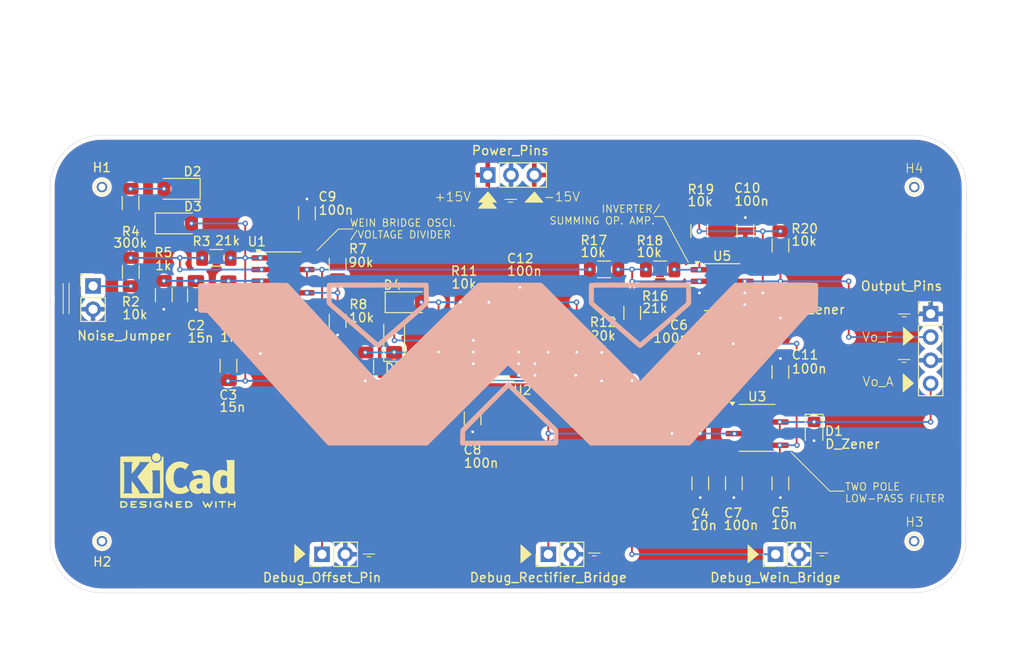
<source format=kicad_pcb>
(kicad_pcb (version 20240108) (generator "pcbnew") (generator_version "8.0")
  (title_block (title "Oscilador") (date "2025-03-04") (rev "1"))
  (layers (0 "F.Cu" signal) (31 "B.Cu" signal) (34 "B.Paste" user) (35 "F.Paste" user) (36 "B.SilkS" user "B.Silkscreen") (37 "F.SilkS" user "F.Silkscreen") (38 "B.Mask" user) (39 "F.Mask" user) (44 "Edge.Cuts" user))
  (net 0 "")
  (net 1 "GND")
  (net 2 "-15V")
  (net 3 "Net-(U1-+IN_A)")
  (net 4 "Net-(C3-Pad1)")
  (net 5 "/Vosc")
  (net 6 "Net-(U3-+IN_A)")
  (net 7 "Net-(U3-+IN_B)")
  (net 8 "+15V")
  (net 9 "/Vo_F")
  (net 10 "Net-(D2-A)")
  (net 11 "Net-(D4-A)")
  (net 12 "Net-(D4-K)")
  (net 13 "Net-(D5-K)")
  (net 14 "/V_r")
  (net 15 "/Voffset")
  (net 16 "/Vo_A")
  (net 17 "Net-(J6-Pin_1)")
  (net 18 "Net-(U1--IN_A)")
  (net 19 "Net-(U1-+IN_B)")
  (net 20 "Net-(U2--IN_B)")
  (net 21 "Net-(U3--IN_A)")
  (net 22 "Net-(U5--IN_A)")
  (net 23 "Net-(U5-Out_A)")
  (net 24 "Net-(U5--IN_B)")
  (footprint "Diode_SMD:D_0805_2012Metric_Pad1.15x1.40mm_HandSolder" (layer "F.Cu") (at 180.561251 109.856651 -90)
    (property "Reference" "D1")
    (property "Value" "D_Zener")
  )
  (footprint "Diode_SMD:D_1206_3216Metric_Pad1.42x1.75mm_HandSolder" (layer "F.Cu") (at 136.2091 95.7568)
    (property "Reference" "D4")
    (property "Value" "D")
  )
  (footprint "Package_SO:SOIC-8_3.9x4.9mm_P1.27mm" (layer "F.Cu") (at 170.5214 94.107)
    (property "Reference" "U5")
    (property "Value" "ADTL082ARMZ" (hide yes))
  )
  (footprint "custom:JLCPCB_Tooling_hole" (layer "F.Cu") (at 191.503843 83.174922)
    (property "Reference" "H4")
    (property "Value" "MountingHole_Pad" (hide yes))
  )
  (footprint "Resistor_SMD:R_1206_3216Metric_Pad1.30x1.75mm_HandSolder" (layer "F.Cu") (at 128.5494 97.7906 -90)
    (property "Reference" "R8")
    (property "Value" "10k")
  )
  (footprint "Resistor_SMD:R_1206_3216Metric_Pad1.30x1.75mm_HandSolder" (layer "F.Cu") (at 131.572 102.7932 90)
    (property "Reference" "R9")
    (property "Value" "20k")
  )
  (footprint "Package_SO:SOIC-8_3.9x4.9mm_P1.27mm" (layer "F.Cu") (at 174.3456 109.474)
    (property "Reference" "U3")
    (property "Value" "ADTL082ARMZ" (hide yes))
  )
  (footprint "custom:JLCPCB_Tooling_hole" (layer "F.Cu") (at 191.487168 121.863945)
    (property "Reference" "H3")
    (property "Value" "MountingHole_Pad" (hide yes))
  )
  (footprint "Package_SO:SOIC-8_3.9x4.9mm_P1.27mm" (layer "F.Cu") (at 145.842949 101.834749)
    (property "Reference" "U2")
    (property "Value" "ADTL082ARMZ" (hide yes))
  )
  (footprint "Connector_PinHeader_2.54mm:PinHeader_1x02_P2.54mm_Vertical" (layer "F.Cu") (at 101.854 93.98)
    (property "Reference" "J6" (hide yes))
    (property "Value" "Noise_Jumper")
  )
  (footprint "Resistor_SMD:R_1206_3216Metric_Pad1.30x1.75mm_HandSolder" (layer "F.Cu") (at 176.889451 89.553651 -90)
    (property "Reference" "R20")
    (property "Value" "10k")
  )
  (footprint "Capacitor_SMD:C_1206_3216Metric_Pad1.33x1.80mm_HandSolder" (layer "F.Cu") (at 173.0614 87.980051 90)
    (property "Reference" "C10")
    (property "Value" "100n")
  )
  (footprint "Package_SO:SOIC-8_3.9x4.9mm_P1.27mm" (layer "F.Cu") (at 122.5896 92.818949)
    (property "Reference" "U1")
    (property "Value" "ADTL082ARMZ" (hide yes))
  )
  (footprint "Resistor_SMD:R_1206_3216Metric_Pad1.30x1.75mm_HandSolder" (layer "F.Cu") (at 171.7548 103.4181 90)
    (property "Reference" "R15")
    (property "Value" "15k")
  )
  (footprint "Resistor_SMD:R_1206_3216Metric_Pad1.30x1.75mm_HandSolder" (layer "F.Cu") (at 109.5756 94.9712 -90)
    (property "Reference" "R5")
    (property "Value" "1k")
  )
  (footprint "Resistor_SMD:R_1206_3216Metric_Pad1.30x1.75mm_HandSolder" (layer "F.Cu") (at 166.590651 110.101651)
    (property "Reference" "R14")
    (property "Value" "15k")
  )
  (footprint "Diode_SMD:D_1206_3216Metric_Pad1.42x1.75mm_HandSolder" (layer "F.Cu") (at 111.0853 83.3628 180)
    (property "Reference" "D2")
    (property "Value" "D")
  )
  (footprint "Capacitor_SMD:C_1206_3216Metric_Pad1.33x1.80mm_HandSolder" (layer "F.Cu") (at 143.288749 108.440549 90)
    (property "Reference" "C8")
    (property "Value" "100n")
  )
  (footprint "Resistor_SMD:R_1206_3216Metric_Pad1.30x1.75mm_HandSolder" (layer "F.Cu") (at 139.573 99.6944 90)
    (property "Reference" "R10")
    (property "Value" "20k")
  )
  (footprint "Resistor_SMD:R_1206_3216Metric_Pad1.30x1.75mm_HandSolder" (layer "F.Cu") (at 160.709651 96.918451 90)
    (property "Reference" "R16")
    (property "Value" "21k")
  )
  (footprint "Capacitor_SMD:C_1206_3216Metric_Pad1.33x1.80mm_HandSolder" (layer "F.Cu") (at 113.0808 95.0091 -90)
    (property "Reference" "C2")
    (property "Value" "15n")
  )
  (footprint "Capacitor_SMD:C_1206_3216Metric_Pad1.33x1.80mm_HandSolder" (layer "F.Cu") (at 125.203949 86.038949 90)
    (property "Reference" "C9")
    (property "Value" "100n")
  )
  (footprint "Connector_PinHeader_2.54mm:PinHeader_1x02_P2.54mm_Vertical" (layer "F.Cu") (at 126.8476 123.2916 90)
    (property "Reference" "J3" (hide yes))
    (property "Value" "Debug_Offset_Pin")
  )
  (footprint "Resistor_SMD:R_1206_3216Metric_Pad1.30x1.75mm_HandSolder" (layer "F.Cu") (at 105.9434 84.9128 90)
    (property "Reference" "R4")
    (property "Value" "300k")
  )
  (footprint "Diode_SMD:D_1206_3216Metric_Pad1.42x1.75mm_HandSolder" (layer "F.Cu") (at 134.7216 99.7589 90)
    (property "Reference" "D5")
    (property "Value" "D")
  )
  (footprint "Capacitor_SMD:C_1206_3216Metric_Pad1.33x1.80mm_HandSolder" (layer "F.Cu") (at 148.444949 95.689749 90)
    (property "Reference" "C12")
    (property "Value" "100n")
  )
  (footprint "Connector_PinHeader_2.54mm:PinHeader_1x02_P2.54mm_Vertical" (layer "F.Cu") (at 176.355334 123.2916 90)
    (property "Reference" "J1" (hide yes))
    (property "Value" "Debug_Wein_Bridge")
  )
  (footprint "Resistor_SMD:R_1206_3216Metric_Pad1.30x1.75mm_HandSolder" (layer "F.Cu") (at 105.9688 92.4566 90)
    (property "Reference" "R2")
    (property "Value" "10k")
  )
  (footprint "Capacitor_SMD:C_1206_3216Metric_Pad1.33x1.80mm_HandSolder" (layer "F.Cu") (at 116.6368 102.6922 -90)
    (property "Reference" "C3")
    (property "Value" "15n")
  )
  (footprint "Resistor_SMD:R_1206_3216Metric_Pad1.30x1.75mm_HandSolder" (layer "F.Cu") (at 116.6368 95.0208 -90)
    (property "Reference" "R6")
    (property "Value" "1k")
  )
  (footprint "Diode_SMD:D_1206_3216Metric_Pad1.42x1.75mm_HandSolder" (layer "F.Cu") (at 111.103949 87.1474)
    (property "Reference" "D3")
    (property "Value" "D")
  )
  (footprint "Diode_SMD:D_0805_2012Metric_Pad1.15x1.40mm_HandSolder" (layer "F.Cu") (at 176.889451 96.445451 -90)
    (property "Reference" "D6")
    (property "Value" "D_Zener")
  )
  (footprint "Resistor_SMD:R_1206_3216Metric_Pad1.30x1.75mm_HandSolder" (layer "F.Cu") (at 157.636851 92.168051)
    (property "Reference" "R17")
    (property "Value" "10k")
  )
  (footprint "Capacitor_SMD:C_1206_3216Metric_Pad1.33x1.80mm_HandSolder" (layer "F.Cu") (at 176.8856 103.3798 90)
    (property "Reference" "C11")
    (property "Value" "100n")
  )
  (footprint "Connector_PinHeader_2.54mm:PinHeader_1x04_P2.54mm_Vertical" (layer "F.Cu") (at 193.29 97.02)
    (property "Reference" "J4" (hide yes))
    (property "Value" "Output_Pins")
  )
  (footprint "Symbol:KiCad-Logo2_5mm_SilkScreen" (layer "F.Cu") (at 111.0996 115.2144)
    (property "Reference" "REF**" (hide yes))
    (property "Value" "KiCad-Logo2_5mm_SilkScreen" (hide yes))
  )
  (footprint "Connector_PinHeader_2.54mm:PinHeader_1x02_P2.54mm_Vertical" (layer "F.Cu") (at 151.5505 123.2916 90)
    (property "Reference" "J2" (hide yes))
    (property "Value" "Debug_Rectifier_Bridge")
  )
  (footprint "Resistor_SMD:R_1206_3216Metric_Pad1.30x1.75mm_HandSolder" (layer "F.Cu") (at 163.757051 92.168051 180)
    (property "Reference" "R18")
    (property "Value" "10k")
  )
  (footprint "Resistor_SMD:R_1206_3216Metric_Pad1.30x1.75mm_HandSolder" (layer "F.Cu") (at 128.5494 91.6946 -90)
    (property "Reference" "R7")
    (property "Value" "90k")
  )
  (footprint "custom:JLCPCB_Tooling_hole" (layer "F.Cu") (at 102.826006 83.174922)
    (property "Reference" "H1" (hide yes))
    (property "Value" "MountingHole_Pad" (hide yes))
  )
  (footprint "Resistor_SMD:R_1206_3216Metric_Pad1.30x1.75mm_HandSolder" (layer "F.Cu") (at 143.5094 95.7568)
    (property "Reference" "R11")
    (property "Value" "10k")
  )
  (footprint "Resistor_SMD:R_1206_3216Metric_Pad1.30x1.75mm_HandSolder" (layer "F.Cu") (at 153.1005 101.2178 180)
    (property "Reference" "R13")
    (property "Value" "20k")
  )
  (footprint "custom:JLCPCB_Tooling_hole" (layer "F.Cu") (at 102.827625 121.863945)
    (property "Reference" "H2" (hide yes))
    (property "Value" "MountingHole_Pad" (hide yes))
  )
  (footprint "Resistor_SMD:R_1206_3216Metric_Pad1.30x1.75mm_HandSolder" (layer "F.Cu") (at 168.024851 87.977651 90)
    (property "Reference" "R19")
    (property "Value" "10k")
  )
  (footprint "Capacitor_SMD:C_1206_3216Metric_Pad1.33x1.80mm_HandSolder" (layer "F.Cu") (at 167.9814 99.9 90)
    (property "Reference" "C6")
    (property "Value" "100n")
  )
  (footprint "Capacitor_SMD:C_1206_3216Metric_Pad1.33x1.80mm_HandSolder" (layer "F.Cu") (at 120.123949 99.803949 90)
    (property "Reference" "C1")
    (property "Value" "100n")
  )
  (footprint "Resistor_SMD:R_1206_3216Metric_Pad1.30x1.75mm_HandSolder" (layer "F.Cu") (at 157.3784 102.7932 90)
    (property "Reference" "R12")
    (property "Value" "20k")
  )
  (footprint "Capacitor_SMD:C_1206_3216Metric_Pad1.33x1.80mm_HandSolder" (layer "F.Cu") (at 171.8056 115.539051 90)
    (property "Reference" "C7")
    (property "Value" "100n")
  )
  (footprint "Capacitor_SMD:C_1206_3216Metric_Pad1.33x1.80mm_HandSolder" (layer "F.Cu") (at 176.8856 115.539051 -90)
    (property "Reference" "C5")
    (property "Value" "10n")
  )
  (footprint "Connector_PinHeader_2.54mm:PinHeader_1x03_P2.54mm_Vertical" (layer "F.Cu") (at 144.940275 81.86 90)
    (property "Reference" "J5" (hide yes))
    (property "Value" "Power_Pins")
  )
  (footprint "Resistor_SMD:R_1206_3216Metric_Pad1.30x1.75mm_HandSolder" (layer "F.Cu") (at 115.3154 90.9066)
    (property "Reference" "R3")
    (property "Value" "21k")
  )
  (footprint "Capacitor_SMD:C_1206_3216Metric_Pad1.33x1.80mm_HandSolder" (layer "F.Cu") (at 168.140651 115.539051 -90)
    (property "Reference" "C4")
    (property "Value" "10n")
  )
  (footprint "LOGO" (layer "B.Cu") (at 147.428664 102.931885 180)
    (property "Reference" "G***" (hide yes))
    (property "Value" "LOGO" (hide yes))
  )
  (gr_line (start 126.3 90.09) (end 128.63 87.76) (stroke (width 0.1)) (layer "F.SilkS"))
  (gr_poly (pts (xy 124.986051 123.258851) (xy 123.868451 124.173251) (xy 123.868451 122.242851)) (stroke (width 0.1)) (fill solid) (layer "F.SilkS"))
  (gr_line (start 189.752051 102.016451) (end 191.022051 102.016451) (stroke (width 0.1)) (layer "F.SilkS"))
  (gr_poly (pts (xy 144.958326 83.706851) (xy 145.872726 84.824451) (xy 143.942326 84.824451)) (stroke (width 0.1)) (fill solid) (layer "F.SilkS"))
  (gr_line (start 181.199385 123.462051) (end 181.656585 123.462051) (stroke (width 0.1)) (layer "F.SilkS"))
  (gr_poly (pts (xy 191.40963 104.613414) (xy 190.29203 105.527814) (xy 190.29203 103.597414)) (stroke (width 0.1)) (fill solid) (layer "F.SilkS"))
  (gr_line (start 180.792985 123.157251) (end 182.062985 123.157251) (stroke (width 0.1)) (layer "F.SilkS"))
  (gr_line (start 166.83 91.4) (end 164.14 86.39) (stroke (width 0.1)) (layer "F.SilkS"))
  (gr_line (start 190.183851 97.342851) (end 190.641051 97.342851) (stroke (width 0.1)) (layer "F.SilkS"))
  (gr_line (start 139.11 107.53) (end 138.25 107.53) (stroke (width 0.1)) (layer "F.SilkS"))
  (gr_line (start 190.158451 102.321251) (end 190.615651 102.321251) (stroke (width 0.1)) (layer "F.SilkS"))
  (gr_line (start 131.336051 123.258851) (end 132.606051 123.258851) (stroke (width 0.1)) (layer "F.SilkS"))
  (gr_line (start 128.63 87.76) (end 130.24 87.76) (stroke (width 0.1)) (layer "F.SilkS"))
  (gr_line (start 189.777451 97.038051) (end 191.047451 97.038051) (stroke (width 0.1)) (layer "F.SilkS"))
  (gr_line (start 155.937351 123.157251) (end 157.207351 123.157251) (stroke (width 0.1)) (layer "F.SilkS"))
  (gr_line (start 182.28 116.39) (end 183.85 116.39) (stroke (width 0.1)) (layer "F.SilkS"))
  (gr_line (start 98.59 93.71) (end 98.59 97.03) (stroke (width 0.1)) (layer "F.SilkS"))
  (gr_poly (pts (xy 174.469419 123.305973) (xy 173.351819 124.220373) (xy 173.351819 122.289973)) (stroke (width 0.1)) (fill solid) (layer "F.SilkS"))
  (gr_line (start 142.14 104.5) (end 139.11 107.53) (stroke (width 0.1)) (layer "F.SilkS"))
  (gr_poly (pts (xy 144.958326 84.367251) (xy 145.872726 85.484851) (xy 143.942326 85.484851)) (stroke (width 0.1)) (fill solid) (layer "F.SilkS"))
  (gr_line (start 99.24 93.68) (end 99.24 97) (stroke (width 0.1)) (layer "F.SilkS"))
  (gr_line (start 147.218926 84.824451) (end 147.676126 84.824451) (stroke (width 0.1)) (layer "F.SilkS"))
  (gr_poly (pts (xy 191.428451 99.527251) (xy 190.310851 100.441651) (xy 190.310851 98.511251)) (stroke (width 0.1)) (fill solid) (layer "F.SilkS"))
  (gr_line (start 164.14 86.39) (end 163.17 86.39) (stroke (width 0.1)) (layer "F.SilkS"))
  (gr_line (start 131.742451 123.563651) (end 132.199651 123.563651) (stroke (width 0.1)) (layer "F.SilkS"))
  (gr_line (start 178.05 112.16) (end 182.28 116.39) (stroke (width 0.1)) (layer "F.SilkS"))
  (gr_line (start 156.343751 123.462051) (end 156.800951 123.462051) (stroke (width 0.1)) (layer "F.SilkS"))
  (gr_poly (pts (xy 149.67994 123.289315) (xy 148.56234 124.203715) (xy 148.56234 122.273315)) (stroke (width 0.1)) (fill solid) (layer "F.SilkS"))
  (gr_line (start 146.812526 84.519651) (end 148.082526 84.519651) (stroke (width 0.1)) (layer "F.SilkS"))
  (gr_poly (pts (xy 150.038326 83.706851) (xy 150.952726 84.824451) (xy 149.022326 84.824451)) (stroke (width 0.1)) (fill solid) (layer "F.SilkS"))
  (gr_arc (start 102.83 127.51) (mid 98.826465 125.852909) (end 97.168543 121.849718) (stroke (width 0.05)) (layer "Edge.Cuts"))
  (gr_line (start 102.819979 77.510127) (end 191.499958 77.508764) (stroke (width 0.05)) (layer "Edge.Cuts"))
  (gr_line (start 197.17 83.17) (end 197.123201 121.879812) (stroke (width 0.05)) (layer "Edge.Cuts"))
  (gr_arc (start 191.499958 77.508764) (mid 195.507308 79.16523) (end 197.17 83.17) (stroke (width 0.05)) (layer "Edge.Cuts"))
  (gr_arc (start 97.17 83.17) (mid 98.823108 79.17023) (end 102.819979 77.510127) (stroke (width 0.05)) (layer "Edge.Cuts"))
  (gr_line (start 191.49 127.499999) (end 102.83 127.51) (stroke (width 0.05)) (layer "Edge.Cuts"))
  (gr_arc (start 197.123201 121.879812) (mid 195.46785 125.853844) (end 191.49 127.499999) (stroke (width 0.05)) (layer "Edge.Cuts"))
  (gr_line (start 97.168543 121.849718) (end 97.17 83.17) (stroke (width 0.05)) (layer "Edge.Cuts"))
  (gr_text "FULL WAVE \nPRECISION RECTIFIER" (at 138.88 108.69 0) (layer "F.SilkS") (effects (font (size 0.8 0.8) (thickness 0.1) (bold yes)) (justify right bottom)))
  (gr_text "INVERTER/\nSUMMING OP. AMP. \n" (at 163.84 87.32 0) (layer "F.SilkS") (effects (font (size 0.8 0.8) (thickness 0.1) (bold yes)) (justify right bottom)))
  (gr_text "-15V" (at 150.952726 84.824451 0) (layer "F.SilkS") (effects (font (size 1 1) (thickness 0.1)) (justify left bottom)))
  (gr_text "WEIN BRIDGE OSCI. \n/VOLTAGE DIVIDER" (at 129.84 88.84 0) (layer "F.SilkS") (effects (font (size 0.8 0.8) (thickness 0.1) (bold yes)) (justify left bottom)))
  (gr_text "Vo_A" (at 185.789651 105.013651 0) (layer "F.SilkS") (effects (font (size 1 1) (thickness 0.1)) (justify left bottom)))
  (gr_text "+15V " (at 143.942326 84.824451 0) (layer "F.SilkS") (effects (font (size 1 1) (thickness 0.1)) (justify right bottom)))
  (gr_text "TWO POLE \nLOW-PASS FILTER" (at 183.89 117.66 0) (layer "F.SilkS") (effects (font (size 0.8 0.8) (thickness 0.1) (bold yes)) (justify left bottom)))
  (gr_text "Vo_F" (at 185.738851 100.136851 0) (layer "F.SilkS") (effects (font (size 1 1) (thickness 0.1)) (justify left bottom)))
  (segment (start 192.534 96.264) (end 193.29 97.02) (width 0.2) (layer "F.Cu") (net 1))
  (segment (start 178.946134 123.2408) (end 178.895334 123.2916) (width 0.2) (layer "F.Cu") (net 1))
  (via (at 176.889451 97.470451) (size 0.6) (drill 0.3) (layers "F.Cu" "B.Cu") (net 1))
  (via (at 180.561251 110.881651) (size 0.6) (drill 0.3) (layers "F.Cu" "B.Cu") (net 1))
  (via (at 143.367949 102.469749) (size 0.6) (drill 0.3) (layers "F.Cu" "B.Cu") (net 1))
  (via (at 176.8856 117.101551) (size 0.6) (drill 0.3) (layers "F.Cu" "B.Cu") (net 1))
  (via (at 143.288749 109.915549) (size 0.6) (drill 0.3) (layers "F.Cu" "B.Cu") (net 1))
  (via (at 167.9814 101.375) (size 0.6) (drill 0.3) (layers "F.Cu" "B.Cu") (net 1))
  (via (at 125.203949 84.476449) (size 0.6) (drill 0.3) (layers "F.Cu" "B.Cu") (net 1))
  (via (at 171.8056 117.101551) (size 0.6) (drill 0.3) (layers "F.Cu" "B.Cu") (net 1))
  (via (at 148.317949 103.739749) (size 0.6) (drill 0.3) (layers "F.Cu" "B.Cu") (net 1))
  (via (at 109.5756 96.5212) (size 0.6) (drill 0.3) (layers "F.Cu" "B.Cu") (net 1))
  (via (at 176.8856 101.9048) (size 0.6) (drill 0.3) (layers "F.Cu" "B.Cu") (net 1))
  (via (at 172.9964 96.012) (size 0.6) (drill 0.3) (layers "F.Cu" "B.Cu") (net 1))
  (via (at 173.0614 86.505051) (size 0.6) (drill 0.3) (layers "F.Cu" "B.Cu") (net 1))
  (via (at 113.0808 96.5716) (size 0.6) (drill 0.3) (layers "F.Cu" "B.Cu") (net 1))
  (via (at 128.5494 99.3406) (size 0.6) (drill 0.3) (layers "F.Cu" "B.Cu") (net 1))
  (via (at 120.123949 101.366449) (size 0.6) (drill 0.3) (layers "F.Cu" "B.Cu") (net 1))
  (via (at 168.0464 94.742) (size 0.6) (drill 0.3) (layers "F.Cu" "B.Cu") (net 1))
  (via (at 168.140651 117.101551) (size 0.6) (drill 0.3) (layers "F.Cu" "B.Cu") (net 1))
  (via (at 148.444949 94.127249) (size 0.6) (drill 0.3) (layers "F.Cu" "B.Cu") (net 1))
  (segment (start 168.0464 98.36) (end 167.9814 98.425) (width 0.2) (layer "F.Cu") (net 2))
  (segment (start 120.123949 94.853949) (end 120.253949 94.723949) (width 0.2) (layer "F.Cu") (net 2))
  (segment (start 171.8706 113.999051) (end 171.8056 114.064051) (width 0.2) (layer "F.Cu") (net 2))
  (segment (start 120.123949 98.328949) (end 120.123949 96.52) (width 0.2) (layer "F.Cu") (net 2))
  (segment (start 168.0464 96.012) (end 168.0464 97.173051) (width 0.2) (layer "F.Cu") (net 2))
  (segment (start 120.123949 96.52) (end 120.123949 94.853949) (width 0.2) (layer "F.Cu") (net 2))
  (segment (start 171.8706 112.794051) (end 171.8706 113.999051) (width 0.2) (layer "F.Cu") (net 2))
  (segment (start 171.8056 111.444) (end 171.8706 111.379) (width 0.2) (layer "F.Cu") (net 2))
  (segment (start 143.367949 105.1548) (end 143.367949 106.886349) (width 0.2) (layer "F.Cu") (net 2))
  (segment (start 171.8706 111.379) (end 171.8706 112.794051) (width 0.2) (layer "F.Cu") (net 2))
  (segment (start 143.367949 103.739749) (end 143.367949 105.1548) (width 0.2) (layer "F.Cu") (net 2))
  (segment (start 168.0464 97.173051) (end 168.0464 98.36) (width 0.2) (layer "F.Cu") (net 2))
  (segment (start 143.367949 106.886349) (end 143.288749 106.965549) (width 0.2) (layer "F.Cu") (net 2))
  (via (at 113.0808 93.4212) (size 0.6) (drill 0.3) (layers "F.Cu" "B.Cu") (net 3))
  (via (at 116.6368 93.4212) (size 0.6) (drill 0.3) (layers "F.Cu" "B.Cu") (net 3))
  (via (at 120.253949 93.453949) (size 0.6) (drill 0.3) (layers "F.Cu" "B.Cu") (net 3))
  (via (at 109.5756 93.4212) (size 0.6) (drill 0.3) (layers "F.Cu" "B.Cu") (net 3))
  (segment (start 120.253949 93.453949) (end 120.235898 93.472) (width 0.2) (layer "B.Cu") (net 3))
  (segment (start 120.2212 93.4212) (end 120.253949 93.453949) (width 0.2) (layer "B.Cu") (net 3))
  (segment (start 109.5756 93.4212) (end 120.2212 93.4212) (width 0.2) (layer "B.Cu") (net 3))
  (segment (start 116.6368 96.5708) (end 116.6368 101.1297) (width 0.2) (layer "F.Cu") (net 4))
  (segment (start 112.5728 87.128751) (end 112.591449 87.1474) (width 0.2) (layer "F.Cu") (net 5))
  (segment (start 118.4656 90.913949) (end 118.4656 104.3344) (width 0.2) (layer "F.Cu") (net 5))
  (segment (start 160.6804 104.350902) (end 160.6804 123.2916) (width 0.2) (layer "F.Cu") (net 5))
  (segment (start 112.5728 83.3628) (end 112.5728 87.128751) (width 0.2) (layer "F.Cu") (net 5))
  (segment (start 160.709651 104.321651) (end 160.6804 104.350902) (width 0.2) (layer "F.Cu") (net 5))
  (segment (start 118.4656 87.1474) (end 118.4656 90.913949) (width 0.2) (layer "F.Cu") (net 5))
  (segment (start 118.4656 104.3344) (end 118.46 104.34) (width 0.2) (layer "F.Cu") (net 5))
  (segment (start 160.709651 98.468451) (end 160.709651 104.321651) (width 0.2) (layer "F.Cu") (net 5))
  (via (at 112.591449 87.1474) (size 0.6) (drill 0.3) (layers "F.Cu" "B.Cu") (net 5))
  (via (at 116.58 104.36) (size 0.6) (drill 0.3) (layers "F.Cu" "B.Cu") (net 5))
  (via (at 118.4656 90.913949) (size 0.6) (drill 0.3) (layers "F.Cu" "B.Cu") (net 5))
  (via (at 131.572 104.3432) (size 0.6) (drill 0.3) (layers "F.Cu" "B.Cu") (net 5))
  (via (at 160.6804 123.2916) (size 0.6) (drill 0.3) (layers "F.Cu" "B.Cu") (net 5))
  (via (at 118.47 104.3432) (size 0.6) (drill 0.3) (layers "F.Cu" "B.Cu") (net 5))
  (via (at 157.3784 104.3432) (size 0.6) (drill 0.3) (layers "F.Cu" "B.Cu") (net 5))
  (via (at 118.4656 87.1474) (size 0.6) (drill 0.3) (layers "F.Cu" "B.Cu") (net 5))
  (via (at 116.8654 90.9066) (size 0.6) (drill 0.3) (layers "F.Cu" "B.Cu") (net 5))
  (via (at 160.709651 104.321651) (size 0.6) (drill 0.3) (layers "F.Cu" "B.Cu") (net 5))
  (via (at 120.1146 90.913949) (size 0.6) (drill 0.3) (layers "F.Cu" "B.Cu") (net 5))
  (segment (start 131.572 104.3432) (end 157.3784 104.3432) (width 0.2) (layer "B.Cu") (net 5))
  (segment (start 116.58 104.36) (end 116.5968 104.3432) (width 0.2) (layer "B.Cu") (net 5))
  (segment (start 160.6804 123.2916) (end 176.355334 123.2916) (width 0.2) (layer "B.Cu") (net 5))
  (segment (start 160.688102 104.3432) (end 157.3784 104.3432) (width 0.2) (layer "B.Cu") (net 5))
  (segment (start 116.898149 90.913949) (end 118.4656 90.913949) (width 0.2) (layer "B.Cu") (net 5))
  (segment (start 116.5968 104.3432) (end 118.47 104.3432) (width 0.2) (layer "B.Cu") (net 5))
  (segment (start 160.709651 104.321651) (end 160.688102 104.3432) (width 0.2) (layer "B.Cu") (net 5))
  (segment (start 131.4823 104.2535) (end 131.572 104.3432) (width 0.2) (layer "B.Cu") (net 5))
  (segment (start 112.591449 87.1474) (end 118.4656 87.1474) (width 0.2) (layer "B.Cu") (net 5))
  (segment (start 116.8654 90.9066) (end 116.8908 90.9066) (width 0.2) (layer "B.Cu") (net 5))
  (segment (start 116.8908 90.9066) (end 116.898149 90.913949) (width 0.2) (layer "B.Cu") (net 5))
  (segment (start 118.4656 90.913949) (end 120.1146 90.913949) (width 0.2) (layer "B.Cu") (net 5))
  (segment (start 131.572 104.3432) (end 131.5212 104.3432) (width 0.2) (layer "B.Cu") (net 5))
  (segment (start 131.5212 104.3432) (end 131.4327 104.2547) (width 0.2) (layer "B.Cu") (net 5))
  (segment (start 118.47 104.3432) (end 131.572 104.3432) (width 0.2) (layer "B.Cu") (net 5))
  (segment (start 168.140651 110.101651) (end 168.140651 113.976551) (width 0.2) (layer "F.Cu") (net 6))
  (via (at 168.140651 110.101651) (size 0.6) (drill 0.3) (layers "F.Cu" "B.Cu") (net 6))
  (via (at 171.8706 110.109) (size 0.6) (drill 0.3) (layers "F.Cu" "B.Cu") (net 6))
  (segment (start 168.140651 110.101651) (end 171.863251 110.101651) (width 0.2) (layer "B.Cu") (net 6))
  (segment (start 171.863251 110.101651) (end 171.8706 110.109) (width 0.2) (layer "B.Cu") (net 6))
  (segment (start 176.8206 112.794051) (end 176.8206 113.999051) (width 0.2) (layer "F.Cu") (net 7))
  (segment (start 178.656251 111.335549) (end 178.656251 101.973651) (width 0.2) (layer "F.Cu") (net 7))
  (segment (start 176.8856 111.444) (end 176.8206 111.379) (width 0.2) (layer "F.Cu") (net 7))
  (segment (start 176.8206 113.999051) (end 176.8856 114.064051) (width 0.2) (layer "F.Cu") (net 7))
  (segment (start 176.8206 111.379) (end 176.8206 112.794051) (width 0.2) (layer "F.Cu") (net 7))
  (segment (start 171.7548 101.8681) (end 171.7548 100.289902) (width 0.2) (layer "F.Cu") (net 7))
  (segment (start 178.656251 101.973651) (end 178.656251 100.271851) (width 0.2) (layer "F.Cu") (net 7))
  (segment (start 178.699702 111.379) (end 178.656251 111.335549) (width 0.2) (layer "F.Cu") (net 7))
  (via (at 178.656251 100.271851) (size 0.6) (drill 0.3) (layers "F.Cu" "B.Cu") (net 7))
  (via (at 176.8206 111.379) (size 0.6) (drill 0.3) (layers "F.Cu" "B.Cu") (net 7))
  (via (at 178.699702 111.379) (size 0.6) (drill 0.3) (layers "F.Cu" "B.Cu") (net 7))
  (via (at 171.7548 100.289902) (size 0.6) (drill 0.3) (layers "F.Cu" "B.Cu") (net 7))
  (segment (start 176.8206 111.379) (end 178.699702 111.379) (width 0.2) (layer "B.Cu") (net 7))
  (segment (start 178.6382 100.289902) (end 178.656251 100.271851) (width 0.2) (layer "B.Cu") (net 7))
  (segment (start 171.7548 100.289902) (end 178.6382 100.289902) (width 0.2) (layer "B.Cu") (net 7))
  (segment (start 148.317949 97.379249) (end 148.444949 97.252249) (width 0.2) (layer "F.Cu") (net 8))
  (segment (start 176.8206 107.569) (end 176.8206 106.190051) (width 0.2) (layer "F.Cu") (net 8))
  (segment (start 148.317949 97.291749) (end 148.444949 97.164749) (width 0.2) (layer "F.Cu") (net 8))
  (segment (start 176.8206 104.9198) (end 176.8856 104.8548) (width 0.2) (layer "F.Cu") (net 8))
  (segment (start 172.9964 89.520051) (end 173.0614 89.455051) (width 0.2) (layer "F.Cu") (net 8))
  (segment (start 176.8206 106.190051) (end 176.8206 104.9198) (width 0.2) (layer "F.Cu") (net 8))
  (segment (start 148.317949 99.929749) (end 148.317949 97.379249) (width 0.2) (layer "F.Cu") (net 8))
  (segment (start 172.9964 92.202) (end 172.9964 91.077051) (width 0.2) (layer "F.Cu") (net 8))
  (segment (start 125.203949 90.913949) (end 125.203949 89.154) (width 0.2) (layer "F.Cu") (net 8))
  (segment (start 125.203949 89.154) (end 125.203949 87.513949) (width 0.2) (layer "F.Cu") (net 8))
  (segment (start 172.9964 91.077051) (end 172.9964 89.520051) (width 0.2) (layer "F.Cu") (net 8))
  (segment (start 184.345851 93.464651) (end 184.345851 99.560651) (width 0.2) (layer "F.Cu") (net 9))
  (segment (start 176.889451 91.103651) (end 176.889451 93.515451) (width 0.2) (layer "F.Cu") (net 9))
  (segment (start 176.889451 93.515451) (end 176.889451 95.420451) (width 0.2) (layer "F.Cu") (net 9))
  (via (at 172.9964 93.472) (size 0.6) (drill 0.3) (layers "F.Cu" "B.Cu") (net 9))
  (via (at 184.345851 93.464651) (size 0.6) (drill 0.3) (layers "F.Cu" "B.Cu") (net 9))
  (via (at 176.889451 93.464651) (size 0.6) (drill 0.3) (layers "F.Cu" "B.Cu") (net 9))
  (via (at 184.345851 99.560651) (size 0.6) (drill 0.3) (layers "F.Cu" "B.Cu") (net 9))
  (segment (start 176.889451 93.464651) (end 176.882102 93.472) (width 0.2) (layer "B.Cu") (net 9))
  (segment (start 176.889451 93.464651) (end 184.345851 93.464651) (width 0.2) (layer "B.Cu") (net 9))
  (segment (start 184.346502 99.56) (end 193.29 99.56) (width 0.2) (layer "B.Cu") (net 9))
  (segment (start 184.345851 99.560651) (end 184.346502 99.56) (width 0.2) (layer "B.Cu") (net 9))
  (segment (start 176.882102 93.472) (end 172.9964 93.472) (width 0.2) (layer "B.Cu") (net 9))
  (segment (start 184.404 99.6188) (end 184.345851 99.560651) (width 0.2) (layer "B.Cu") (net 9))
  (segment (start 109.5978 87.128751) (end 109.616449 87.1474) (width 0.2) (layer "F.Cu") (net 10))
  (segment (start 109.616449 87.1474) (end 109.703949 87.0599) (width 0.2) (layer "F.Cu") (net 10))
  (segment (start 109.5978 83.3628) (end 109.5978 87.128751) (width 0.2) (layer "F.Cu") (net 10))
  (via (at 109.5978 83.3628) (size 0.6) (drill 0.3) (layers "F.Cu" "B.Cu") (net 10))
  (via (at 105.9434 83.3628) (size 0.6) (drill 0.3) (layers "F.Cu" "B.Cu") (net 10))
  (segment (start 105.9434 83.3628) (end 109.5978 83.3628) (width 0.2) (layer "B.Cu") (net 10))
  (segment (start 139.573 98.1444) (end 139.573 95.7568) (width 0.2) (layer "F.Cu") (net 11))
  (via (at 137.6966 95.7568) (size 0.6) (drill 0.3) (layers "F.Cu" "B.Cu") (net 11))
  (via (at 141.9594 95.7568) (size 0.6) (drill 0.3) (layers "F.Cu" "B.Cu") (net 11))
  (via (at 139.573 95.7568) (size 0.6) (drill 0.3) (layers "F.Cu" "B.Cu") (net 11))
  (segment (start 137.6966 95.7568) (end 141.9594 95.7568) (width 0.2) (layer "B.Cu") (net 11))
  (segment (start 134.7216 98.2714) (end 134.7216 95.7568) (width 0.2) (layer "F.Cu") (net 12))
  (segment (start 134.7216 98.2714) (end 134.7216 99.897) (width 0.2) (layer "F.Cu") (net 12))
  (via (at 134.754349 99.929749) (size 0.6) (drill 0.3) (layers "F.Cu" "B.Cu") (net 12))
  (via (at 143.367949 99.929749) (size 0.6) (drill 0.3) (layers "F.Cu" "B.Cu") (net 12))
  (segment (start 143.367949 99.929749) (end 143.3606 99.9224) (width 0.2) (layer "B.Cu") (net 12))
  (segment (start 134.761698 99.9224) (end 134.754349 99.929749) (width 0.2) (layer "B.Cu") (net 12))
  (segment (start 143.3606 99.9224) (end 134.761698 99.9224) (width 0.2) (layer "B.Cu") (net 12))
  (via (at 131.572 101.2432) (size 0.6) (drill 0.3) (layers "F.Cu" "B.Cu") (net 13))
  (via (at 134.7216 101.2178) (size 0.6) (drill 0.3) (layers "F.Cu" "B.Cu") (net 13))
  (via (at 139.573 101.1924) (size 0.6) (drill 0.3) (layers "F.Cu" "B.Cu") (net 13))
  (via (at 143.367949 101.199749) (size 0.6) (drill 0.3) (layers "F.Cu" "B.Cu") (net 13))
  (segment (start 143.324498 101.2432) (end 143.367949 101.199749) (width 0.2) (layer "B.Cu") (net 13))
  (segment (start 131.572 101.2432) (end 143.324498 101.2432) (width 0.2) (layer "B.Cu") (net 13))
  (segment (start 151.5505 110.0836) (end 151.5505 123.2916) (width 0.2) (layer "F.Cu") (net 14))
  (segment (start 151.5505 109.9961) (end 151.5505 110.0836) (width 0.2) (layer "F.Cu") (net 14))
  (segment (start 151.5505 101.2178) (end 151.5505 109.9961) (width 0.2) (layer "F.Cu") (net 14))
  (via (at 151.5505 101.2178) (size 0.6) (drill 0.3) (layers "F.Cu" "B.Cu") (net 14))
  (via (at 148.317949 101.199749) (size 0.6) (drill 0.3) (layers "F.Cu" "B.Cu") (net 14))
  (via (at 151.5505 110.0836) (size 0.6) (drill 0.3) (layers "F.Cu" "B.Cu") (net 14))
  (via (at 165.040651 110.101651) (size 0.6) (drill 0.3) (layers "F.Cu" "B.Cu") (net 14))
  (segment (start 148.317949 101.199749) (end 151.532449 101.199749) (width 0.2) (layer "B.Cu") (net 14))
  (segment (start 151.532449 101.199749) (end 151.5505 101.2178) (width 0.2) (layer "B.Cu") (net 14))
  (segment (start 151.656051 110.101651) (end 165.040651 110.101651) (width 0.2) (layer "B.Cu") (net 14))
  (segment (start 125.203949 93.453949) (end 125.203949 92.183949) (width 0.2) (layer "F.Cu") (net 15))
  (segment (start 126.8476 92.183949) (end 126.8476 123.2916) (width 0.2) (layer "F.Cu") (net 15))
  (via (at 126.8476 92.183949) (size 0.6) (drill 0.3) (layers "F.Cu" "B.Cu") (net 15))
  (via (at 125.203949 92.183949) (size 0.6) (drill 0.3) (layers "F.Cu" "B.Cu") (net 15))
  (via (at 156.086851 92.168051) (size 0.6) (drill 0.3) (layers "F.Cu" "B.Cu") (net 15))
  (segment (start 125.203949 92.183949) (end 126.8476 92.183949) (width 0.2) (layer "B.Cu") (net 15))
  (segment (start 156.070953 92.183949) (end 156.086851 92.168051) (width 0.2) (layer "B.Cu") (net 15))
  (segment (start 126.8476 92.183949) (end 156.070953 92.183949) (width 0.2) (layer "B.Cu") (net 15))
  (segment (start 193.29 108.83) (end 193.29 104.64) (width 0.2) (layer "F.Cu") (net 16))
  (segment (start 193.288349 108.831651) (end 193.29 108.83) (width 0.2) (layer "F.Cu") (net 16))
  (segment (start 176.8206 110.109) (end 176.8206 108.839) (width 0.2) (layer "F.Cu") (net 16))
  (via (at 176.8206 108.839) (size 0.6) (drill 0.3) (layers "F.Cu" "B.Cu") (net 16))
  (via (at 193.288349 108.831651) (size 0.6) (drill 0.3) (layers "F.Cu" "B.Cu") (net 16))
  (via (at 180.561251 108.831651) (size 0.6) (drill 0.3) (layers "F.Cu" "B.Cu") (net 16))
  (segment (start 180.553902 108.839) (end 180.561251 108.831651) (width 0.2) (layer "B.Cu") (net 16))
  (segment (start 176.8206 108.839) (end 180.553902 108.839) (width 0.2) (layer "B.Cu") (net 16))
  (segment (start 180.561251 108.831651) (end 193.288349 108.831651) (width 0.2) (layer "B.Cu") (net 16))
  (via (at 105.9688 94.0066) (size 0.6) (drill 0.3) (layers "F.Cu" "B.Cu") (net 17))
  (segment (start 105.9688 94.0066) (end 101.8806 94.0066) (width 0.2) (layer "B.Cu") (net 17))
  (segment (start 101.8806 94.0066) (end 101.854 93.98) (width 0.2) (layer "B.Cu") (net 17))
  (segment (start 111.3282 90.9066) (end 111.3282 92.1766) (width 0.2) (layer "F.Cu") (net 18))
  (segment (start 105.9434 90.8812) (end 105.9688 90.9066) (width 0.2) (layer "F.Cu") (net 18))
  (segment (start 105.9434 86.4628) (end 105.9434 90.8812) (width 0.2) (layer "F.Cu") (net 18))
  (segment (start 111.3282 92.1766) (end 111.335549 92.183949) (width 0.2) (layer "F.Cu") (net 18))
  (via (at 111.3282 90.9066) (size 0.6) (drill 0.3) (layers "F.Cu" "B.Cu") (net 18))
  (via (at 113.7654 90.9066) (size 0.6) (drill 0.3) (layers "F.Cu" "B.Cu") (net 18))
  (via (at 120.253949 92.183949) (size 0.6) (drill 0.3) (layers "F.Cu" "B.Cu") (net 18))
  (via (at 105.9688 90.9066) (size 0.6) (drill 0.3) (layers "F.Cu" "B.Cu") (net 18))
  (via (at 111.335549 92.183949) (size 0.6) (drill 0.3) (layers "F.Cu" "B.Cu") (net 18))
  (segment (start 113.7654 90.9066) (end 111.3282 90.9066) (width 0.2) (layer "B.Cu") (net 18))
  (segment (start 105.9688 90.9066) (end 111.3282 90.9066) (width 0.2) (layer "B.Cu") (net 18))
  (segment (start 120.253949 92.183949) (end 111.335549 92.183949) (width 0.2) (layer "B.Cu") (net 18))
  (segment (start 128.5494 94.7166) (end 128.5494 93.2446) (width 0.2) (layer "F.Cu") (net 19))
  (segment (start 128.5494 94.7166) (end 128.5494 96.2406) (width 0.2) (layer "F.Cu") (net 19))
  (segment (start 128.542051 94.723949) (end 128.5494 94.7166) (width 0.2) (layer "F.Cu") (net 19))
  (via (at 125.203949 94.723949) (size 0.6) (drill 0.3) (layers "F.Cu" "B.Cu") (net 19))
  (via (at 128.5494 94.7166) (size 0.6) (drill 0.3) (layers "F.Cu" "B.Cu") (net 19))
  (segment (start 125.203949 94.723949) (end 128.542051 94.723949) (width 0.2) (layer "B.Cu") (net 19))
  (segment (start 128.542051 94.723949) (end 128.5494 94.7166) (width 0.2) (layer "B.Cu") (net 19))
  (segment (start 154.6505 103.630198) (end 154.540949 103.739749) (width 0.2) (layer "F.Cu") (net 20))
  (segment (start 150.095949 102.469749) (end 150.095949 103.739749) (width 0.2) (layer "F.Cu") (net 20))
  (segment (start 154.6352 95.8076) (end 154.6505 95.8229) (width 0.2) (layer "F.Cu") (net 20))
  (segment (start 154.6352 95.7568) (end 154.6352 95.8076) (width 0.2) (layer "F.Cu") (net 20))
  (segment (start 154.6505 101.2178) (end 154.6505 103.630198) (width 0.2) (layer "F.Cu") (net 20))
  (segment (start 154.6505 95.8229) (end 154.6505 101.2178) (width 0.2) (layer "F.Cu") (net 20))
  (via (at 154.6505 101.2178) (size 0.6) (drill 0.3) (layers "F.Cu" "B.Cu") (net 20))
  (via (at 148.317949 102.469749) (size 0.6) (drill 0.3) (layers "F.Cu" "B.Cu") (net 20))
  (via (at 154.540949 103.739749) (size 0.6) (drill 0.3) (layers "F.Cu" "B.Cu") (net 20))
  (via (at 150.095949 103.739749) (size 0.6) (drill 0.3) (layers "F.Cu" "B.Cu") (net 20))
  (via (at 145.0594 95.7568) (size 0.6) (drill 0.3) (layers "F.Cu" "B.Cu") (net 20))
  (via (at 150.095949 102.469749) (size 0.6) (drill 0.3) (layers "F.Cu" "B.Cu") (net 20))
  (via (at 154.6352 95.7568) (size 0.6) (drill 0.3) (layers "F.Cu" "B.Cu") (net 20))
  (via (at 157.3784 101.2432) (size 0.6) (drill 0.3) (layers "F.Cu" "B.Cu") (net 20))
  (segment (start 154.6505 101.2178) (end 157.353 101.2178) (width 0.2) (layer "B.Cu") (net 20))
  (segment (start 157.353 101.2178) (end 157.3784 101.2432) (width 0.2) (layer "B.Cu") (net 20))
  (segment (start 145.0594 95.7568) (end 154.6352 95.7568) (width 0.2) (layer "B.Cu") (net 20))
  (segment (start 150.095949 103.739749) (end 154.540949 103.739749) (width 0.2) (layer "B.Cu") (net 20))
  (segment (start 148.317949 102.469749) (end 150.095949 102.469749) (width 0.2) (layer "B.Cu") (net 20))
  (segment (start 171.8706 108.839) (end 171.8706 107.569) (width 0.2) (layer "F.Cu") (net 21))
  (segment (start 171.8706 104.9964) (end 171.7548 104.8806) (width 0.2) (layer "F.Cu") (net 21))
  (segment (start 171.8706 107.569) (end 171.8706 104.9964) (width 0.2) (layer "F.Cu") (net 21))
  (segment (start 160.702302 93.4708) (end 160.702302 92.186102) (width 0.2) (layer "F.Cu") (net 22))
  (segment (start 160.702302 95.361102) (end 160.709651 95.368451) (width 0.2) (layer "F.Cu") (net 22))
  (segment (start 160.702302 93.4708) (end 160.709651 93.478149) (width 0.2) (layer "F.Cu") (net 22))
  (segment (start 160.702302 93.4708) (end 160.702302 95.361102) (width 0.2) (layer "F.Cu") (net 22))
  (segment (start 160.702302 92.186102) (end 160.684251 92.168051) (width 0.2) (layer "F.Cu") (net 22))
  (via (at 160.702302 93.4708) (size 0.6) (drill 0.3) (layers "F.Cu" "B.Cu") (net 22))
  (via (at 159.186851 92.168051) (size 0.6) (drill 0.3) (layers "F.Cu" "B.Cu") (net 22))
  (via (at 162.207051 92.168051) (size 0.6) (drill 0.3) (layers "F.Cu" "B.Cu") (net 22))
  (via (at 160.684251 92.168051) (size 0.6) (drill 0.3) (layers "F.Cu" "B.Cu") (net 22))
  (via (at 168.0464 93.472) (size 0.6) (drill 0.3) (layers "F.Cu" "B.Cu") (net 22))
  (segment (start 168.0464 93.472) (end 160.703502 93.472) (width 0.2) (layer "B.Cu") (net 22))
  (segment (start 159.186851 92.168051) (end 160.684251 92.168051) (width 0.2) (layer "B.Cu") (net 22))
  (segment (start 160.703502 93.472) (end 160.702302 93.4708) (width 0.2) (layer "B.Cu") (net 22))
  (segment (start 160.684251 92.168051) (end 162.207051 92.168051) (width 0.2) (layer "B.Cu") (net 22))
  (segment (start 167.995451 92.151051) (end 168.0464 92.202) (width 0.2) (layer "F.Cu") (net 23))
  (segment (start 168.0464 92.202) (end 168.0464 89.5492) (width 0.2) (layer "F.Cu") (net 23))
  (via (at 165.307051 92.168051) (size 0.6) (drill 0.3) (layers "F.Cu" "B.Cu") (net 23))
  (via (at 168.0464 92.202) (size 0.6) (drill 0.3) (layers "F.Cu" "B.Cu") (net 23))
  (segment (start 165.341 92.202) (end 165.307051 92.168051) (width 0.2) (layer "B.Cu") (net 23))
  (segment (start 168.0464 92.202) (end 165.341 92.202) (width 0.2) (layer "B.Cu") (net 23))
  (segment (start 168.024851 86.427651) (end 168.024851 88.003651) (width 0.2) (layer "F.Cu") (net 24))
  (segment (start 174.959051 88.003651) (end 174.959051 94.734651) (width 0.2) (layer "F.Cu") (net 24))
  (via (at 174.959051 94.734651) (size 0.6) (drill 0.3) (layers "F.Cu" "B.Cu") (net 24))
  (via (at 174.959051 88.003651) (size 0.6) (drill 0.3) (layers "F.Cu" "B.Cu") (net 24))
  (via (at 176.889451 88.003651) (size 0.6) (drill 0.3) (layers "F.Cu" "B.Cu") (net 24))
  (via (at 172.9964 94.742) (size 0.6) (drill 0.3) (layers "F.Cu" "B.Cu") (net 24))
  (via (at 168.024851 88.003651) (size 0.6) (drill 0.3) (layers "F.Cu" "B.Cu") (net 24))
  (segment (start 172.9964 94.742) (end 174.951702 94.742) (width 0.2) (layer "B.Cu") (net 24))
  (segment (start 174.959051 88.003651) (end 176.889451 88.003651) (width 0.2) (layer "B.Cu") (net 24))
  (segment (start 168.024851 88.003651) (end 174.959051 88.003651) (width 0.2) (layer "B.Cu") (net 24))
  (segment (start 174.951702 94.742) (end 174.959051 94.734651) (width 0.2) (layer "B.Cu") (net 24))
  (zone (net 2) (net_name "-15V") (layer "F.Cu") (priority 9) (connect_pads (clearance 0.5)) (min_thickness 0.25) (fill yes (thermal_gap 0.5) (thermal_bridge_width 0.5))
    (polygon (pts (xy 148.81 69.15) (xy 148.92 83.71) (xy 176.26 83.68) (xy 176.21 96.8) (xy 165.43 96.85) (xy 165.27 100.26) (xy 179.12 100.3) (xy 179.17 112.21) (xy 152.14 112.08) (xy 152.12 104.64) (xy 126.29 104.5) (xy 126.3 95.51) (xy 91.87 95.68) (xy 91.85 135.56) (xy 203.38 135.93) (xy 203.5 69.14)))
  )
  (zone (net 8) (net_name "+15V") (layer "F.Cu") (priority 1) (connect_pads (clearance 0.5)) (min_thickness 0.25) (fill yes (thermal_gap 0.5) (thermal_bridge_width 0.5))
    (polygon (pts (xy 149.59 99.1) (xy 149.57 104.6) (xy 152.12 104.64) (xy 152.14 112.08) (xy 170.65 112.17) (xy 170.65 106.77) (xy 178.04 106.75) (xy 178.05 100.3) (xy 165.27 100.26) (xy 165.26 96.86) (xy 166.83 96.81) (xy 166.82 91.4) (xy 176.14 91.38) (xy 176.3 83.72) (xy 148.97 83.74) (xy 146.13 83.73) (xy 146.33 69.14) (xy 91.89 69.11) (xy 91.87 95.68) (xy 118.88 95.51) (xy 118.89 90.11) (xy 126.29 90.11) (xy 126.29 104.5) (xy 142.15 104.52) (xy 142.13 99.12)))
  )
  (zone (net 1) (net_name "GND") (layer "B.Cu") (connect_pads (clearance 0.5)) (min_thickness 0.25) (fill yes (thermal_gap 0.5) (thermal_bridge_width 0.5))
    (polygon (pts (xy 91.694 62.738) (xy 91.948 135.636) (xy 203.454 135.89) (xy 203.454 63.5)))
  )
)
</source>
